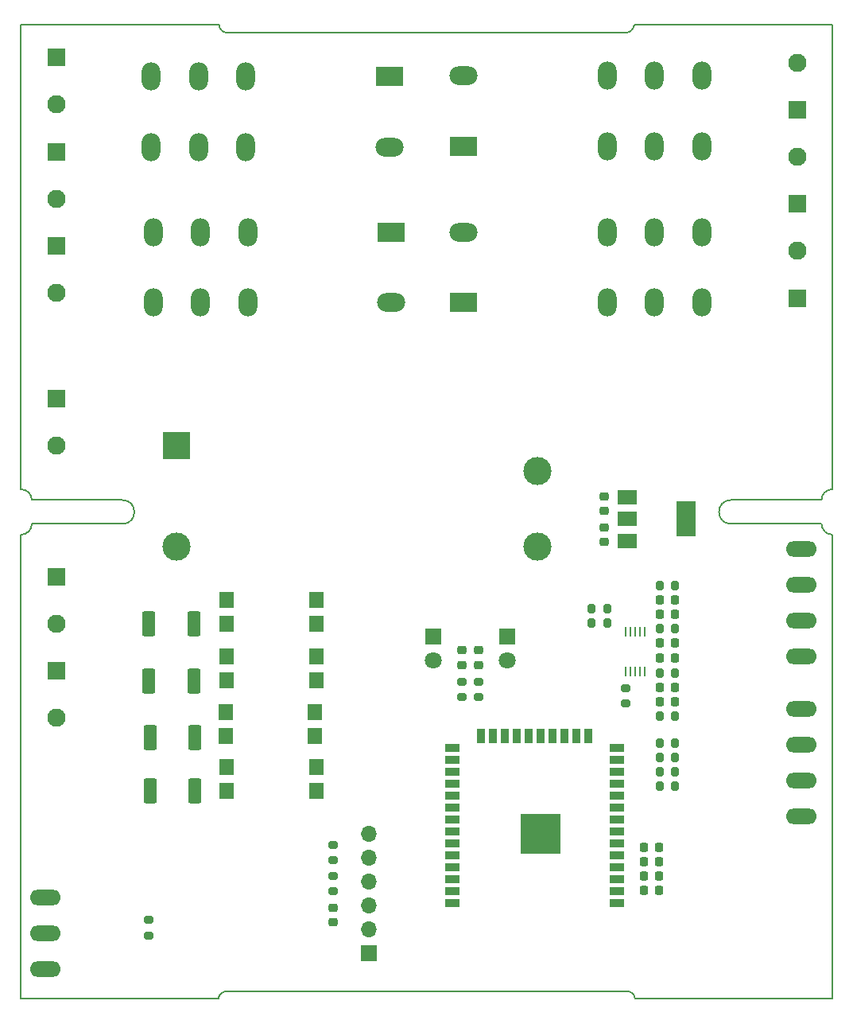
<source format=gts>
G04 #@! TF.GenerationSoftware,KiCad,Pcbnew,(7.0.0)*
G04 #@! TF.CreationDate,2023-07-30T12:49:27+02:00*
G04 #@! TF.ProjectId,RealyModul_1Wire_ADC,5265616c-794d-46f6-9475-6c5f31576972,rev?*
G04 #@! TF.SameCoordinates,Original*
G04 #@! TF.FileFunction,Soldermask,Top*
G04 #@! TF.FilePolarity,Negative*
%FSLAX46Y46*%
G04 Gerber Fmt 4.6, Leading zero omitted, Abs format (unit mm)*
G04 Created by KiCad (PCBNEW (7.0.0)) date 2023-07-30 12:49:27*
%MOMM*%
%LPD*%
G01*
G04 APERTURE LIST*
G04 Aperture macros list*
%AMRoundRect*
0 Rectangle with rounded corners*
0 $1 Rounding radius*
0 $2 $3 $4 $5 $6 $7 $8 $9 X,Y pos of 4 corners*
0 Add a 4 corners polygon primitive as box body*
4,1,4,$2,$3,$4,$5,$6,$7,$8,$9,$2,$3,0*
0 Add four circle primitives for the rounded corners*
1,1,$1+$1,$2,$3*
1,1,$1+$1,$4,$5*
1,1,$1+$1,$6,$7*
1,1,$1+$1,$8,$9*
0 Add four rect primitives between the rounded corners*
20,1,$1+$1,$2,$3,$4,$5,0*
20,1,$1+$1,$4,$5,$6,$7,0*
20,1,$1+$1,$6,$7,$8,$9,0*
20,1,$1+$1,$8,$9,$2,$3,0*%
G04 Aperture macros list end*
%ADD10O,3.300000X1.650000*%
%ADD11R,1.950000X1.950000*%
%ADD12C,1.950000*%
%ADD13RoundRect,0.249999X-0.450001X-1.075001X0.450001X-1.075001X0.450001X1.075001X-0.450001X1.075001X0*%
%ADD14RoundRect,0.200000X-0.200000X-0.275000X0.200000X-0.275000X0.200000X0.275000X-0.200000X0.275000X0*%
%ADD15RoundRect,0.225000X-0.225000X-0.250000X0.225000X-0.250000X0.225000X0.250000X-0.225000X0.250000X0*%
%ADD16O,2.000000X3.000000*%
%ADD17R,3.000000X2.000000*%
%ADD18O,3.000000X2.000000*%
%ADD19RoundRect,0.200000X0.200000X0.275000X-0.200000X0.275000X-0.200000X-0.275000X0.200000X-0.275000X0*%
%ADD20RoundRect,0.200000X0.275000X-0.200000X0.275000X0.200000X-0.275000X0.200000X-0.275000X-0.200000X0*%
%ADD21RoundRect,0.218750X-0.256250X0.218750X-0.256250X-0.218750X0.256250X-0.218750X0.256250X0.218750X0*%
%ADD22R,1.500000X1.780000*%
%ADD23R,1.800000X1.800000*%
%ADD24C,1.800000*%
%ADD25RoundRect,0.200000X-0.275000X0.200000X-0.275000X-0.200000X0.275000X-0.200000X0.275000X0.200000X0*%
%ADD26R,0.250000X1.100000*%
%ADD27RoundRect,0.225000X0.250000X-0.225000X0.250000X0.225000X-0.250000X0.225000X-0.250000X-0.225000X0*%
%ADD28R,1.700000X1.700000*%
%ADD29O,1.700000X1.700000*%
%ADD30R,3.000000X3.000000*%
%ADD31C,3.000000*%
%ADD32RoundRect,0.225000X-0.250000X0.225000X-0.250000X-0.225000X0.250000X-0.225000X0.250000X0.225000X0*%
%ADD33R,2.000000X1.500000*%
%ADD34R,2.000000X3.800000*%
%ADD35R,1.500000X0.900000*%
%ADD36R,0.900000X1.500000*%
%ADD37C,0.475000*%
%ADD38R,4.200000X4.200000*%
G04 #@! TA.AperFunction,Profile*
%ADD39C,0.150000*%
G04 #@! TD*
G04 #@! TA.AperFunction,Profile*
%ADD40C,0.152400*%
G04 #@! TD*
G04 APERTURE END LIST*
D10*
X172007999Y-132963999D03*
X172007999Y-129153999D03*
D11*
X92709999Y-62263999D03*
D12*
X92710000Y-67264000D03*
D13*
X102629000Y-130302000D03*
X107429000Y-130302000D03*
D14*
X149670000Y-110871000D03*
X151320000Y-110871000D03*
D15*
X156959000Y-109982000D03*
X158509000Y-109982000D03*
D16*
X107822999Y-61726999D03*
X107822999Y-54226999D03*
X112862999Y-61726999D03*
X112862999Y-54226999D03*
X102782999Y-61726999D03*
X102782999Y-54226999D03*
D17*
X128122999Y-54226999D03*
D18*
X128122999Y-61726999D03*
D19*
X158559000Y-108458000D03*
X156909000Y-108458000D03*
D15*
X156959000Y-116095000D03*
X158509000Y-116095000D03*
D20*
X137668000Y-120293500D03*
X137668000Y-118643500D03*
D15*
X156959000Y-114554000D03*
X158509000Y-114554000D03*
D20*
X153289000Y-120967000D03*
X153289000Y-119317000D03*
D11*
X171576999Y-57784999D03*
D12*
X171577000Y-52785000D03*
D11*
X92709999Y-107475999D03*
D12*
X92710000Y-112476000D03*
D16*
X156358999Y-54161999D03*
X156358999Y-61661999D03*
X151318999Y-54161999D03*
X151318999Y-61661999D03*
X161398999Y-54161999D03*
X161398999Y-61661999D03*
D17*
X136058999Y-61661999D03*
D18*
X136058999Y-54161999D03*
D21*
X137668000Y-115316000D03*
X137668000Y-116891000D03*
D22*
X110804999Y-109981999D03*
X110804999Y-112521999D03*
X120334999Y-112521999D03*
X120334999Y-109981999D03*
D19*
X158559000Y-129794000D03*
X156909000Y-129794000D03*
X158559000Y-122301000D03*
X156909000Y-122301000D03*
D14*
X149670000Y-112395000D03*
X151320000Y-112395000D03*
D23*
X140715999Y-113875499D03*
D24*
X140716000Y-116415500D03*
D16*
X156358999Y-70798999D03*
X156358999Y-78298999D03*
X151318999Y-70798999D03*
X151318999Y-78298999D03*
X161398999Y-70798999D03*
X161398999Y-78298999D03*
D17*
X136058999Y-78298999D03*
D18*
X136058999Y-70798999D03*
D11*
X92709999Y-117474999D03*
D12*
X92710000Y-122475000D03*
D19*
X158559000Y-126746000D03*
X156909000Y-126746000D03*
X158559000Y-117729000D03*
X156909000Y-117729000D03*
D10*
X172007999Y-125343999D03*
X172007999Y-121533999D03*
D19*
X158559000Y-113030000D03*
X156909000Y-113030000D03*
D15*
X155267000Y-140843000D03*
X156817000Y-140843000D03*
X155280000Y-136271000D03*
X156830000Y-136271000D03*
D25*
X102489000Y-144019000D03*
X102489000Y-145669000D03*
D10*
X172007999Y-108330999D03*
X172007999Y-104520999D03*
X172007999Y-115945999D03*
X172007999Y-112135999D03*
D13*
X102629000Y-124587000D03*
X107429000Y-124587000D03*
D15*
X155267000Y-139319000D03*
X156817000Y-139319000D03*
D20*
X122174000Y-137667000D03*
X122174000Y-136017000D03*
D11*
X92709999Y-88552999D03*
D12*
X92710000Y-93553000D03*
D11*
X171576999Y-67783999D03*
D12*
X171577000Y-62784000D03*
D15*
X156959000Y-111506000D03*
X158509000Y-111506000D03*
D22*
X110804999Y-115950999D03*
X110804999Y-118490999D03*
X120334999Y-118490999D03*
X120334999Y-115950999D03*
D15*
X156959000Y-119253000D03*
X158509000Y-119253000D03*
D19*
X158559000Y-128270000D03*
X156909000Y-128270000D03*
D26*
X153304999Y-117592999D03*
X153804999Y-117592999D03*
X154304999Y-117592999D03*
X154804999Y-117592999D03*
X155304999Y-117592999D03*
X155304999Y-113292999D03*
X154804999Y-113292999D03*
X154304999Y-113292999D03*
X153804999Y-113292999D03*
X153304999Y-113292999D03*
D13*
X102502000Y-112522000D03*
X107302000Y-112522000D03*
D11*
X92709999Y-72296999D03*
D12*
X92710000Y-77297000D03*
D27*
X151003000Y-103772000D03*
X151003000Y-102222000D03*
D21*
X135890000Y-115316000D03*
X135890000Y-116891000D03*
D10*
X91510649Y-141604999D03*
X91510649Y-145414999D03*
X91523349Y-149224999D03*
D22*
X110804999Y-127761999D03*
X110804999Y-130301999D03*
X120334999Y-130301999D03*
X120334999Y-127761999D03*
D13*
X102502000Y-118618000D03*
X107302000Y-118618000D03*
D28*
X125983999Y-147573999D03*
D29*
X125983999Y-145033999D03*
X125983999Y-142493999D03*
X125983999Y-139953999D03*
X125983999Y-137413999D03*
X125983999Y-134873999D03*
D19*
X158559000Y-125222000D03*
X156909000Y-125222000D03*
D30*
X105429499Y-93495999D03*
D31*
X105429500Y-104246000D03*
X143929500Y-104246000D03*
X143929500Y-96246000D03*
D32*
X122174000Y-142671000D03*
X122174000Y-144221000D03*
D22*
X110677999Y-121919999D03*
X110677999Y-124459999D03*
X120207999Y-124459999D03*
X120207999Y-121919999D03*
D11*
X171576999Y-77816999D03*
D12*
X171577000Y-72817000D03*
D33*
X153440999Y-99045999D03*
X153440999Y-101345999D03*
D34*
X159740999Y-101345999D03*
D33*
X153440999Y-103645999D03*
D20*
X135890000Y-120293500D03*
X135890000Y-118643500D03*
D15*
X155267000Y-137795000D03*
X156817000Y-137795000D03*
D35*
X152340999Y-142214999D03*
X152340999Y-140944999D03*
X152340999Y-139674999D03*
X152340999Y-138404999D03*
X152340999Y-137134999D03*
X152340999Y-135864999D03*
X152340999Y-134594999D03*
X152340999Y-133324999D03*
X152340999Y-132054999D03*
X152340999Y-130784999D03*
X152340999Y-129514999D03*
X152340999Y-128244999D03*
X152340999Y-126974999D03*
X152340999Y-125704999D03*
D36*
X149300999Y-124454999D03*
X148030999Y-124454999D03*
X146760999Y-124454999D03*
X145490999Y-124454999D03*
X144220999Y-124454999D03*
X142950999Y-124454999D03*
X141680999Y-124454999D03*
X140410999Y-124454999D03*
X139140999Y-124454999D03*
X137870999Y-124454999D03*
D35*
X134840999Y-125704999D03*
X134840999Y-126974999D03*
X134840999Y-128244999D03*
X134840999Y-129514999D03*
X134840999Y-130784999D03*
X134840999Y-132054999D03*
X134840999Y-133324999D03*
X134840999Y-134594999D03*
X134840999Y-135864999D03*
X134840999Y-137134999D03*
X134840999Y-138404999D03*
X134840999Y-139674999D03*
X134840999Y-140944999D03*
X134840999Y-142214999D03*
D37*
X145796000Y-135637500D03*
X145796000Y-134112500D03*
X145033500Y-136400000D03*
X145033500Y-134875000D03*
X145033500Y-133350000D03*
X144271000Y-135637500D03*
D38*
X144270999Y-134874999D03*
D37*
X144271000Y-134112500D03*
X143508500Y-136400000D03*
X143508500Y-134875000D03*
X143508500Y-133350000D03*
X142746000Y-135637500D03*
X142746000Y-134112500D03*
D16*
X108014999Y-78298999D03*
X108014999Y-70798999D03*
X113054999Y-78298999D03*
X113054999Y-70798999D03*
X102974999Y-78298999D03*
X102974999Y-70798999D03*
D17*
X128314999Y-70798999D03*
D18*
X128314999Y-78298999D03*
D25*
X122174000Y-139319000D03*
X122174000Y-140969000D03*
D23*
X132841999Y-113875499D03*
D24*
X132842000Y-116415500D03*
D32*
X151003000Y-98920000D03*
X151003000Y-100470000D03*
D11*
X92709999Y-52230999D03*
D12*
X92710000Y-57231000D03*
D15*
X156959000Y-120777000D03*
X158509000Y-120777000D03*
D39*
X164505000Y-99314000D02*
G75*
G03*
X164505000Y-101854000I0J-1270000D01*
G01*
D40*
X109900000Y-152400000D02*
X109907300Y-152353700D01*
X154299943Y-152400003D02*
G75*
G03*
X153315200Y-151597600I-859943J-49897D01*
G01*
X153200000Y-49567999D02*
G75*
G03*
X154195099Y-48811901I119500J875599D01*
G01*
D39*
X88900000Y-102997000D02*
G75*
G03*
X90043000Y-101854000I0J1143000D01*
G01*
X174157000Y-99314000D02*
X164505000Y-99314000D01*
D40*
X88900000Y-48768000D02*
X88900000Y-98171000D01*
D39*
X90043000Y-99314000D02*
G75*
G03*
X88900000Y-98171000I-1143000J0D01*
G01*
D40*
X88900000Y-152400000D02*
X109900000Y-152400000D01*
X110000000Y-48768000D02*
X88900000Y-48768000D01*
D39*
X90043000Y-101854000D02*
X99695000Y-101854000D01*
D40*
X153200000Y-151600000D02*
X153315200Y-151597600D01*
X154300000Y-152400000D02*
X175300000Y-152400000D01*
X110000000Y-48768000D02*
G75*
G03*
X110856099Y-49572900I830500J25600D01*
G01*
X111000000Y-151600000D02*
X153200000Y-151600000D01*
D39*
X174157000Y-101854000D02*
G75*
G03*
X175300000Y-102997000I1143000J0D01*
G01*
D40*
X153200000Y-49568000D02*
X111000000Y-49568000D01*
D39*
X90043000Y-99314000D02*
X99695000Y-99314000D01*
X174157000Y-101854000D02*
X164505000Y-101854000D01*
D40*
X88900000Y-102997000D02*
X88900000Y-152400000D01*
D39*
X99695000Y-101854000D02*
G75*
G03*
X99695000Y-99314000I0J1270000D01*
G01*
D40*
X111000000Y-151600000D02*
G75*
G03*
X109907301Y-152353698I-169500J-923200D01*
G01*
X175300000Y-48768000D02*
X154200000Y-48768000D01*
X175300000Y-102997000D02*
X175300000Y-152400000D01*
X154200000Y-48768000D02*
X154195100Y-48811900D01*
X111000000Y-49568000D02*
X110856100Y-49572900D01*
X175300000Y-48768000D02*
X175300000Y-98171000D01*
D39*
X175300000Y-98171000D02*
G75*
G03*
X174157000Y-99314000I0J-1143000D01*
G01*
M02*

</source>
